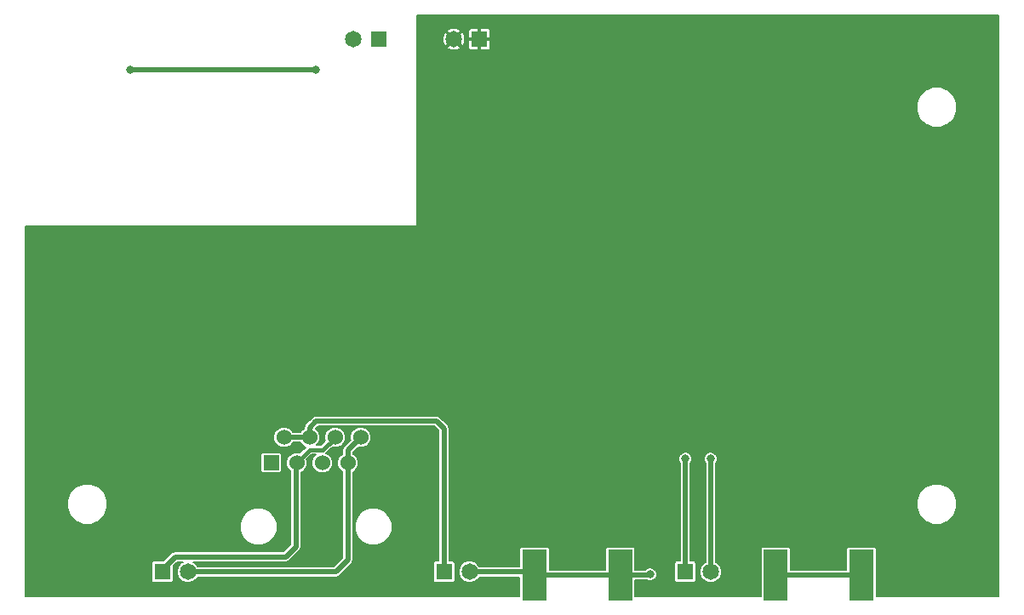
<source format=gbl>
G04 (created by PCBNEW (2013-mar-25)-stable) date Friday, August 07, 2015 09:57:37 AM*
%MOIN*%
G04 Gerber Fmt 3.4, Leading zero omitted, Abs format*
%FSLAX34Y34*%
G01*
G70*
G90*
G04 APERTURE LIST*
%ADD10C,0.006*%
%ADD11R,0.06X0.06*%
%ADD12C,0.06*%
%ADD13R,0.0649606X0.0649606*%
%ADD14C,0.0649606*%
%ADD15R,0.0950787X0.2*%
%ADD16C,0.0314961*%
%ADD17C,0.019685*%
%ADD18C,0.015748*%
%ADD19C,0.00590551*%
G04 APERTURE END LIST*
G54D10*
G54D11*
X54549Y-69153D03*
G54D12*
X55049Y-68153D03*
X55549Y-69153D03*
X56049Y-68153D03*
X56549Y-69153D03*
X57049Y-68153D03*
X57549Y-69153D03*
X58049Y-68153D03*
G54D13*
X62704Y-52559D03*
G54D14*
X61704Y-52559D03*
G54D13*
X70759Y-73425D03*
G54D14*
X71759Y-73425D03*
G54D13*
X61311Y-73425D03*
G54D14*
X62311Y-73425D03*
G54D13*
X50287Y-73425D03*
G54D14*
X51287Y-73425D03*
G54D13*
X58767Y-52559D03*
G54D14*
X57767Y-52559D03*
G54D15*
X77659Y-73539D03*
X74309Y-73539D03*
X68210Y-73539D03*
X64860Y-73539D03*
G54D16*
X56299Y-53740D03*
X49015Y-53740D03*
X69389Y-73523D03*
X70767Y-68996D03*
X71751Y-68996D03*
X74606Y-70472D03*
X50787Y-65551D03*
X75196Y-53346D03*
X68897Y-65551D03*
X79133Y-60433D03*
X81102Y-60433D03*
X80118Y-60433D03*
X79133Y-65551D03*
X81102Y-65551D03*
X80118Y-65551D03*
X81889Y-64960D03*
X81889Y-63976D03*
X81889Y-61023D03*
X81889Y-62007D03*
X81889Y-62992D03*
X70472Y-52755D03*
X71653Y-53937D03*
X70472Y-55314D03*
X74409Y-54330D03*
X75984Y-54330D03*
X69685Y-64566D03*
X68110Y-64566D03*
X74409Y-61023D03*
X70472Y-59055D03*
X74015Y-60236D03*
X75196Y-62992D03*
X73031Y-65157D03*
X73031Y-67125D03*
X72440Y-66141D03*
X51574Y-64566D03*
X50000Y-64566D03*
X45669Y-68897D03*
X46850Y-68110D03*
X48425Y-68110D03*
X76574Y-62992D03*
G54D17*
X49015Y-53740D02*
X56299Y-53740D01*
X55049Y-68153D02*
X56049Y-68153D01*
X56049Y-68153D02*
X56049Y-67769D01*
X61311Y-67807D02*
X61311Y-73425D01*
X61023Y-67519D02*
X61311Y-67807D01*
X56299Y-67519D02*
X61023Y-67519D01*
X56049Y-67769D02*
X56299Y-67519D01*
X62311Y-73425D02*
X64746Y-73425D01*
X64746Y-73425D02*
X64860Y-73539D01*
X68210Y-73539D02*
X69374Y-73539D01*
X69374Y-73539D02*
X69389Y-73523D01*
X64860Y-73539D02*
X68210Y-73539D01*
X50287Y-73425D02*
X50287Y-73334D01*
X50787Y-72834D02*
X55118Y-72834D01*
X55118Y-72834D02*
X55511Y-72440D01*
X55511Y-72440D02*
X55511Y-69190D01*
X55511Y-69190D02*
X55549Y-69153D01*
X50287Y-73334D02*
X50787Y-72834D01*
G54D18*
X57049Y-68153D02*
X57049Y-68167D01*
X56061Y-68641D02*
X55549Y-69153D01*
X56574Y-68641D02*
X56061Y-68641D01*
X57049Y-68167D02*
X56574Y-68641D01*
G54D17*
X51287Y-73425D02*
X57086Y-73425D01*
X57549Y-72962D02*
X57549Y-69153D01*
X57086Y-73425D02*
X57549Y-72962D01*
X57549Y-69153D02*
X57549Y-68653D01*
X57549Y-68653D02*
X58049Y-68153D01*
X70759Y-73425D02*
X70759Y-69003D01*
X70759Y-69003D02*
X70767Y-68996D01*
X74309Y-73539D02*
X77659Y-73539D01*
X71759Y-73425D02*
X71759Y-69003D01*
X71759Y-69003D02*
X71751Y-68996D01*
G54D10*
G36*
X83041Y-74379D02*
X81407Y-74379D01*
X81407Y-70609D01*
X81407Y-55058D01*
X81286Y-54765D01*
X81062Y-54541D01*
X80769Y-54419D01*
X80452Y-54419D01*
X80159Y-54540D01*
X79934Y-54764D01*
X79813Y-55057D01*
X79812Y-55374D01*
X79933Y-55667D01*
X80158Y-55892D01*
X80450Y-56013D01*
X80768Y-56013D01*
X81061Y-55892D01*
X81285Y-55668D01*
X81407Y-55375D01*
X81407Y-55058D01*
X81407Y-70609D01*
X81286Y-70316D01*
X81062Y-70092D01*
X80769Y-69970D01*
X80452Y-69970D01*
X80159Y-70091D01*
X79934Y-70315D01*
X79813Y-70608D01*
X79812Y-70925D01*
X79933Y-71218D01*
X80158Y-71443D01*
X80450Y-71564D01*
X80768Y-71565D01*
X81061Y-71443D01*
X81285Y-71219D01*
X81407Y-70926D01*
X81407Y-70609D01*
X81407Y-74379D01*
X78243Y-74379D01*
X78243Y-72517D01*
X78226Y-72478D01*
X78196Y-72447D01*
X78156Y-72431D01*
X78113Y-72431D01*
X77162Y-72431D01*
X77122Y-72447D01*
X77092Y-72477D01*
X77075Y-72517D01*
X77075Y-72560D01*
X77075Y-73332D01*
X74892Y-73332D01*
X74892Y-72517D01*
X74876Y-72478D01*
X74845Y-72447D01*
X74806Y-72431D01*
X74763Y-72431D01*
X73812Y-72431D01*
X73772Y-72447D01*
X73741Y-72477D01*
X73725Y-72517D01*
X73725Y-72560D01*
X73725Y-74379D01*
X72192Y-74379D01*
X72192Y-73339D01*
X72127Y-73180D01*
X72005Y-73058D01*
X71966Y-73042D01*
X71966Y-69157D01*
X71977Y-69146D01*
X72017Y-69049D01*
X72017Y-68943D01*
X71977Y-68845D01*
X71902Y-68770D01*
X71805Y-68730D01*
X71699Y-68730D01*
X71601Y-68770D01*
X71526Y-68845D01*
X71486Y-68942D01*
X71486Y-69048D01*
X71526Y-69146D01*
X71553Y-69173D01*
X71553Y-73042D01*
X71514Y-73057D01*
X71392Y-73179D01*
X71326Y-73338D01*
X71326Y-73510D01*
X71392Y-73670D01*
X71514Y-73792D01*
X71673Y-73858D01*
X71845Y-73858D01*
X72004Y-73792D01*
X72126Y-73670D01*
X72192Y-73511D01*
X72192Y-73339D01*
X72192Y-74379D01*
X71192Y-74379D01*
X71192Y-73728D01*
X71192Y-73078D01*
X71176Y-73039D01*
X71146Y-73008D01*
X71106Y-72992D01*
X71063Y-72992D01*
X70966Y-72992D01*
X70966Y-69173D01*
X70992Y-69146D01*
X71033Y-69049D01*
X71033Y-68943D01*
X70993Y-68845D01*
X70918Y-68770D01*
X70820Y-68730D01*
X70715Y-68730D01*
X70617Y-68770D01*
X70542Y-68845D01*
X70502Y-68942D01*
X70501Y-69048D01*
X70542Y-69146D01*
X70553Y-69157D01*
X70553Y-72992D01*
X70413Y-72992D01*
X70373Y-73008D01*
X70343Y-73038D01*
X70326Y-73078D01*
X70326Y-73121D01*
X70326Y-73771D01*
X70343Y-73811D01*
X70373Y-73841D01*
X70413Y-73858D01*
X70456Y-73858D01*
X71106Y-73858D01*
X71145Y-73841D01*
X71176Y-73811D01*
X71192Y-73771D01*
X71192Y-73728D01*
X71192Y-74379D01*
X68794Y-74379D01*
X68794Y-73746D01*
X69236Y-73746D01*
X69239Y-73748D01*
X69336Y-73789D01*
X69442Y-73789D01*
X69540Y-73749D01*
X69614Y-73674D01*
X69655Y-73576D01*
X69655Y-73470D01*
X69615Y-73373D01*
X69540Y-73298D01*
X69442Y-73257D01*
X69337Y-73257D01*
X69239Y-73298D01*
X69204Y-73332D01*
X68794Y-73332D01*
X68794Y-72517D01*
X68777Y-72478D01*
X68747Y-72447D01*
X68707Y-72431D01*
X68664Y-72431D01*
X67713Y-72431D01*
X67673Y-72447D01*
X67643Y-72477D01*
X67626Y-72517D01*
X67626Y-72560D01*
X67626Y-73332D01*
X65443Y-73332D01*
X65443Y-72517D01*
X65427Y-72478D01*
X65397Y-72447D01*
X65357Y-72431D01*
X65314Y-72431D01*
X64363Y-72431D01*
X64323Y-72447D01*
X64293Y-72477D01*
X64276Y-72517D01*
X64276Y-72560D01*
X64276Y-73218D01*
X63137Y-73218D01*
X63137Y-52862D01*
X63137Y-52255D01*
X63137Y-52212D01*
X63121Y-52172D01*
X63090Y-52142D01*
X63050Y-52125D01*
X62761Y-52125D01*
X62734Y-52153D01*
X62734Y-52529D01*
X63110Y-52529D01*
X63137Y-52502D01*
X63137Y-52255D01*
X63137Y-52862D01*
X63137Y-52615D01*
X63110Y-52588D01*
X62734Y-52588D01*
X62734Y-52965D01*
X62761Y-52992D01*
X63050Y-52992D01*
X63090Y-52975D01*
X63121Y-52945D01*
X63137Y-52905D01*
X63137Y-52862D01*
X63137Y-73218D01*
X62694Y-73218D01*
X62678Y-73180D01*
X62675Y-73177D01*
X62675Y-52965D01*
X62675Y-52588D01*
X62675Y-52529D01*
X62675Y-52153D01*
X62648Y-52125D01*
X62358Y-52125D01*
X62318Y-52142D01*
X62288Y-52172D01*
X62271Y-52212D01*
X62271Y-52255D01*
X62271Y-52502D01*
X62298Y-52529D01*
X62675Y-52529D01*
X62675Y-52588D01*
X62298Y-52588D01*
X62271Y-52615D01*
X62271Y-52862D01*
X62271Y-52905D01*
X62288Y-52945D01*
X62318Y-52975D01*
X62358Y-52992D01*
X62648Y-52992D01*
X62675Y-52965D01*
X62675Y-73177D01*
X62556Y-73058D01*
X62397Y-72992D01*
X62225Y-72992D01*
X62140Y-73027D01*
X62140Y-52633D01*
X62135Y-52460D01*
X62078Y-52323D01*
X62017Y-52287D01*
X61976Y-52329D01*
X61976Y-52245D01*
X61939Y-52185D01*
X61778Y-52123D01*
X61606Y-52128D01*
X61469Y-52185D01*
X61433Y-52245D01*
X61704Y-52517D01*
X61976Y-52245D01*
X61976Y-52329D01*
X61746Y-52559D01*
X62017Y-52830D01*
X62078Y-52794D01*
X62140Y-52633D01*
X62140Y-73027D01*
X62066Y-73057D01*
X61976Y-73147D01*
X61976Y-52872D01*
X61704Y-52600D01*
X61662Y-52642D01*
X61662Y-52559D01*
X61391Y-52287D01*
X61330Y-52323D01*
X61269Y-52484D01*
X61274Y-52657D01*
X61330Y-52794D01*
X61391Y-52830D01*
X61662Y-52559D01*
X61662Y-52642D01*
X61433Y-52872D01*
X61469Y-52932D01*
X61630Y-52994D01*
X61802Y-52989D01*
X61939Y-52932D01*
X61976Y-52872D01*
X61976Y-73147D01*
X61944Y-73179D01*
X61878Y-73338D01*
X61877Y-73510D01*
X61943Y-73670D01*
X62065Y-73792D01*
X62224Y-73858D01*
X62396Y-73858D01*
X62556Y-73792D01*
X62677Y-73670D01*
X62694Y-73631D01*
X64276Y-73631D01*
X64276Y-74379D01*
X61744Y-74379D01*
X61744Y-73728D01*
X61744Y-73078D01*
X61727Y-73039D01*
X61697Y-73008D01*
X61657Y-72992D01*
X61614Y-72992D01*
X61517Y-72992D01*
X61517Y-67807D01*
X61517Y-67807D01*
X61501Y-67727D01*
X61457Y-67660D01*
X61457Y-67660D01*
X61169Y-67373D01*
X61102Y-67328D01*
X61023Y-67312D01*
X56299Y-67312D01*
X56220Y-67328D01*
X56153Y-67373D01*
X55903Y-67623D01*
X55858Y-67690D01*
X55842Y-67769D01*
X55842Y-67797D01*
X55818Y-67807D01*
X55703Y-67921D01*
X55692Y-67946D01*
X55405Y-67946D01*
X55395Y-67922D01*
X55280Y-67807D01*
X55130Y-67745D01*
X54968Y-67745D01*
X54818Y-67807D01*
X54703Y-67921D01*
X54641Y-68071D01*
X54640Y-68234D01*
X54702Y-68384D01*
X54817Y-68499D01*
X54967Y-68561D01*
X55130Y-68561D01*
X55280Y-68499D01*
X55395Y-68385D01*
X55405Y-68360D01*
X55692Y-68360D01*
X55702Y-68384D01*
X55817Y-68499D01*
X55903Y-68535D01*
X55674Y-68763D01*
X55630Y-68745D01*
X55468Y-68745D01*
X55318Y-68807D01*
X55203Y-68921D01*
X55141Y-69071D01*
X55140Y-69234D01*
X55202Y-69384D01*
X55305Y-69486D01*
X55305Y-72355D01*
X55032Y-72627D01*
X54957Y-72627D01*
X54957Y-69432D01*
X54957Y-68832D01*
X54941Y-68792D01*
X54910Y-68761D01*
X54870Y-68745D01*
X54827Y-68745D01*
X54227Y-68745D01*
X54187Y-68761D01*
X54157Y-68792D01*
X54140Y-68831D01*
X54140Y-68874D01*
X54140Y-69474D01*
X54157Y-69514D01*
X54187Y-69545D01*
X54227Y-69561D01*
X54270Y-69561D01*
X54870Y-69561D01*
X54910Y-69545D01*
X54940Y-69514D01*
X54957Y-69475D01*
X54957Y-69432D01*
X54957Y-72627D01*
X54787Y-72627D01*
X54787Y-71507D01*
X54675Y-71235D01*
X54467Y-71028D01*
X54196Y-70915D01*
X53903Y-70915D01*
X53631Y-71027D01*
X53423Y-71234D01*
X53311Y-71506D01*
X53310Y-71799D01*
X53423Y-72071D01*
X53630Y-72278D01*
X53901Y-72391D01*
X54195Y-72391D01*
X54466Y-72279D01*
X54674Y-72072D01*
X54787Y-71801D01*
X54787Y-71507D01*
X54787Y-72627D01*
X50787Y-72627D01*
X50708Y-72643D01*
X50641Y-72688D01*
X50337Y-72992D01*
X49941Y-72992D01*
X49901Y-73008D01*
X49870Y-73038D01*
X49854Y-73078D01*
X49854Y-73121D01*
X49854Y-73771D01*
X49870Y-73811D01*
X49901Y-73841D01*
X49940Y-73858D01*
X49984Y-73858D01*
X50633Y-73858D01*
X50673Y-73841D01*
X50703Y-73811D01*
X50720Y-73771D01*
X50720Y-73728D01*
X50720Y-73193D01*
X50873Y-73041D01*
X51082Y-73041D01*
X51042Y-73057D01*
X50920Y-73179D01*
X50854Y-73338D01*
X50854Y-73510D01*
X50920Y-73670D01*
X51041Y-73792D01*
X51200Y-73858D01*
X51373Y-73858D01*
X51532Y-73792D01*
X51654Y-73670D01*
X51670Y-73631D01*
X57086Y-73631D01*
X57165Y-73616D01*
X57232Y-73571D01*
X57695Y-73108D01*
X57695Y-73108D01*
X57695Y-73108D01*
X57740Y-73041D01*
X57740Y-73041D01*
X57755Y-72962D01*
X57755Y-72962D01*
X57755Y-69509D01*
X57780Y-69499D01*
X57895Y-69385D01*
X57957Y-69235D01*
X57957Y-69072D01*
X57895Y-68922D01*
X57780Y-68807D01*
X57755Y-68797D01*
X57755Y-68739D01*
X57943Y-68551D01*
X57967Y-68561D01*
X58130Y-68561D01*
X58280Y-68499D01*
X58395Y-68385D01*
X58457Y-68235D01*
X58457Y-68072D01*
X58395Y-67922D01*
X58280Y-67807D01*
X58130Y-67745D01*
X57968Y-67745D01*
X57818Y-67807D01*
X57703Y-67921D01*
X57641Y-68071D01*
X57640Y-68234D01*
X57651Y-68259D01*
X57403Y-68507D01*
X57358Y-68574D01*
X57342Y-68653D01*
X57342Y-68797D01*
X57318Y-68807D01*
X57203Y-68921D01*
X57141Y-69071D01*
X57140Y-69234D01*
X57202Y-69384D01*
X57317Y-69499D01*
X57342Y-69509D01*
X57342Y-72876D01*
X57000Y-73218D01*
X51670Y-73218D01*
X51654Y-73180D01*
X51533Y-73058D01*
X51492Y-73041D01*
X55118Y-73041D01*
X55197Y-73025D01*
X55264Y-72980D01*
X55657Y-72587D01*
X55702Y-72520D01*
X55718Y-72440D01*
X55718Y-69525D01*
X55780Y-69499D01*
X55895Y-69385D01*
X55957Y-69235D01*
X55957Y-69072D01*
X55939Y-69028D01*
X56138Y-68828D01*
X56296Y-68828D01*
X56203Y-68921D01*
X56141Y-69071D01*
X56140Y-69234D01*
X56202Y-69384D01*
X56317Y-69499D01*
X56467Y-69561D01*
X56630Y-69561D01*
X56780Y-69499D01*
X56895Y-69385D01*
X56957Y-69235D01*
X56957Y-69072D01*
X56895Y-68922D01*
X56780Y-68807D01*
X56704Y-68775D01*
X56707Y-68773D01*
X56933Y-68547D01*
X56967Y-68561D01*
X57130Y-68561D01*
X57280Y-68499D01*
X57395Y-68385D01*
X57457Y-68235D01*
X57457Y-68072D01*
X57395Y-67922D01*
X57280Y-67807D01*
X57130Y-67745D01*
X56968Y-67745D01*
X56818Y-67807D01*
X56703Y-67921D01*
X56641Y-68071D01*
X56640Y-68234D01*
X56663Y-68288D01*
X56497Y-68454D01*
X56325Y-68454D01*
X56395Y-68385D01*
X56457Y-68235D01*
X56457Y-68072D01*
X56395Y-67922D01*
X56292Y-67819D01*
X56384Y-67726D01*
X60938Y-67726D01*
X61104Y-67892D01*
X61104Y-72992D01*
X60964Y-72992D01*
X60924Y-73008D01*
X60894Y-73038D01*
X60877Y-73078D01*
X60877Y-73121D01*
X60877Y-73771D01*
X60894Y-73811D01*
X60924Y-73841D01*
X60964Y-73858D01*
X61007Y-73858D01*
X61657Y-73858D01*
X61697Y-73841D01*
X61727Y-73811D01*
X61744Y-73771D01*
X61744Y-73728D01*
X61744Y-74379D01*
X59287Y-74379D01*
X59287Y-71507D01*
X59175Y-71235D01*
X58967Y-71028D01*
X58696Y-70915D01*
X58403Y-70915D01*
X58131Y-71027D01*
X57923Y-71234D01*
X57811Y-71506D01*
X57810Y-71799D01*
X57923Y-72071D01*
X58130Y-72278D01*
X58401Y-72391D01*
X58695Y-72391D01*
X58966Y-72279D01*
X59174Y-72072D01*
X59287Y-71801D01*
X59287Y-71507D01*
X59287Y-74379D01*
X48139Y-74379D01*
X48139Y-70609D01*
X48018Y-70316D01*
X47794Y-70092D01*
X47501Y-69970D01*
X47184Y-69970D01*
X46891Y-70091D01*
X46667Y-70315D01*
X46545Y-70608D01*
X46545Y-70925D01*
X46666Y-71218D01*
X46890Y-71443D01*
X47183Y-71564D01*
X47500Y-71565D01*
X47793Y-71443D01*
X48017Y-71219D01*
X48139Y-70926D01*
X48139Y-70609D01*
X48139Y-74379D01*
X44911Y-74379D01*
X44911Y-59872D01*
X60265Y-59872D01*
X60265Y-51604D01*
X83041Y-51604D01*
X83041Y-74379D01*
X83041Y-74379D01*
G37*
G54D19*
X83041Y-74379D02*
X81407Y-74379D01*
X81407Y-70609D01*
X81407Y-55058D01*
X81286Y-54765D01*
X81062Y-54541D01*
X80769Y-54419D01*
X80452Y-54419D01*
X80159Y-54540D01*
X79934Y-54764D01*
X79813Y-55057D01*
X79812Y-55374D01*
X79933Y-55667D01*
X80158Y-55892D01*
X80450Y-56013D01*
X80768Y-56013D01*
X81061Y-55892D01*
X81285Y-55668D01*
X81407Y-55375D01*
X81407Y-55058D01*
X81407Y-70609D01*
X81286Y-70316D01*
X81062Y-70092D01*
X80769Y-69970D01*
X80452Y-69970D01*
X80159Y-70091D01*
X79934Y-70315D01*
X79813Y-70608D01*
X79812Y-70925D01*
X79933Y-71218D01*
X80158Y-71443D01*
X80450Y-71564D01*
X80768Y-71565D01*
X81061Y-71443D01*
X81285Y-71219D01*
X81407Y-70926D01*
X81407Y-70609D01*
X81407Y-74379D01*
X78243Y-74379D01*
X78243Y-72517D01*
X78226Y-72478D01*
X78196Y-72447D01*
X78156Y-72431D01*
X78113Y-72431D01*
X77162Y-72431D01*
X77122Y-72447D01*
X77092Y-72477D01*
X77075Y-72517D01*
X77075Y-72560D01*
X77075Y-73332D01*
X74892Y-73332D01*
X74892Y-72517D01*
X74876Y-72478D01*
X74845Y-72447D01*
X74806Y-72431D01*
X74763Y-72431D01*
X73812Y-72431D01*
X73772Y-72447D01*
X73741Y-72477D01*
X73725Y-72517D01*
X73725Y-72560D01*
X73725Y-74379D01*
X72192Y-74379D01*
X72192Y-73339D01*
X72127Y-73180D01*
X72005Y-73058D01*
X71966Y-73042D01*
X71966Y-69157D01*
X71977Y-69146D01*
X72017Y-69049D01*
X72017Y-68943D01*
X71977Y-68845D01*
X71902Y-68770D01*
X71805Y-68730D01*
X71699Y-68730D01*
X71601Y-68770D01*
X71526Y-68845D01*
X71486Y-68942D01*
X71486Y-69048D01*
X71526Y-69146D01*
X71553Y-69173D01*
X71553Y-73042D01*
X71514Y-73057D01*
X71392Y-73179D01*
X71326Y-73338D01*
X71326Y-73510D01*
X71392Y-73670D01*
X71514Y-73792D01*
X71673Y-73858D01*
X71845Y-73858D01*
X72004Y-73792D01*
X72126Y-73670D01*
X72192Y-73511D01*
X72192Y-73339D01*
X72192Y-74379D01*
X71192Y-74379D01*
X71192Y-73728D01*
X71192Y-73078D01*
X71176Y-73039D01*
X71146Y-73008D01*
X71106Y-72992D01*
X71063Y-72992D01*
X70966Y-72992D01*
X70966Y-69173D01*
X70992Y-69146D01*
X71033Y-69049D01*
X71033Y-68943D01*
X70993Y-68845D01*
X70918Y-68770D01*
X70820Y-68730D01*
X70715Y-68730D01*
X70617Y-68770D01*
X70542Y-68845D01*
X70502Y-68942D01*
X70501Y-69048D01*
X70542Y-69146D01*
X70553Y-69157D01*
X70553Y-72992D01*
X70413Y-72992D01*
X70373Y-73008D01*
X70343Y-73038D01*
X70326Y-73078D01*
X70326Y-73121D01*
X70326Y-73771D01*
X70343Y-73811D01*
X70373Y-73841D01*
X70413Y-73858D01*
X70456Y-73858D01*
X71106Y-73858D01*
X71145Y-73841D01*
X71176Y-73811D01*
X71192Y-73771D01*
X71192Y-73728D01*
X71192Y-74379D01*
X68794Y-74379D01*
X68794Y-73746D01*
X69236Y-73746D01*
X69239Y-73748D01*
X69336Y-73789D01*
X69442Y-73789D01*
X69540Y-73749D01*
X69614Y-73674D01*
X69655Y-73576D01*
X69655Y-73470D01*
X69615Y-73373D01*
X69540Y-73298D01*
X69442Y-73257D01*
X69337Y-73257D01*
X69239Y-73298D01*
X69204Y-73332D01*
X68794Y-73332D01*
X68794Y-72517D01*
X68777Y-72478D01*
X68747Y-72447D01*
X68707Y-72431D01*
X68664Y-72431D01*
X67713Y-72431D01*
X67673Y-72447D01*
X67643Y-72477D01*
X67626Y-72517D01*
X67626Y-72560D01*
X67626Y-73332D01*
X65443Y-73332D01*
X65443Y-72517D01*
X65427Y-72478D01*
X65397Y-72447D01*
X65357Y-72431D01*
X65314Y-72431D01*
X64363Y-72431D01*
X64323Y-72447D01*
X64293Y-72477D01*
X64276Y-72517D01*
X64276Y-72560D01*
X64276Y-73218D01*
X63137Y-73218D01*
X63137Y-52862D01*
X63137Y-52255D01*
X63137Y-52212D01*
X63121Y-52172D01*
X63090Y-52142D01*
X63050Y-52125D01*
X62761Y-52125D01*
X62734Y-52153D01*
X62734Y-52529D01*
X63110Y-52529D01*
X63137Y-52502D01*
X63137Y-52255D01*
X63137Y-52862D01*
X63137Y-52615D01*
X63110Y-52588D01*
X62734Y-52588D01*
X62734Y-52965D01*
X62761Y-52992D01*
X63050Y-52992D01*
X63090Y-52975D01*
X63121Y-52945D01*
X63137Y-52905D01*
X63137Y-52862D01*
X63137Y-73218D01*
X62694Y-73218D01*
X62678Y-73180D01*
X62675Y-73177D01*
X62675Y-52965D01*
X62675Y-52588D01*
X62675Y-52529D01*
X62675Y-52153D01*
X62648Y-52125D01*
X62358Y-52125D01*
X62318Y-52142D01*
X62288Y-52172D01*
X62271Y-52212D01*
X62271Y-52255D01*
X62271Y-52502D01*
X62298Y-52529D01*
X62675Y-52529D01*
X62675Y-52588D01*
X62298Y-52588D01*
X62271Y-52615D01*
X62271Y-52862D01*
X62271Y-52905D01*
X62288Y-52945D01*
X62318Y-52975D01*
X62358Y-52992D01*
X62648Y-52992D01*
X62675Y-52965D01*
X62675Y-73177D01*
X62556Y-73058D01*
X62397Y-72992D01*
X62225Y-72992D01*
X62140Y-73027D01*
X62140Y-52633D01*
X62135Y-52460D01*
X62078Y-52323D01*
X62017Y-52287D01*
X61976Y-52329D01*
X61976Y-52245D01*
X61939Y-52185D01*
X61778Y-52123D01*
X61606Y-52128D01*
X61469Y-52185D01*
X61433Y-52245D01*
X61704Y-52517D01*
X61976Y-52245D01*
X61976Y-52329D01*
X61746Y-52559D01*
X62017Y-52830D01*
X62078Y-52794D01*
X62140Y-52633D01*
X62140Y-73027D01*
X62066Y-73057D01*
X61976Y-73147D01*
X61976Y-52872D01*
X61704Y-52600D01*
X61662Y-52642D01*
X61662Y-52559D01*
X61391Y-52287D01*
X61330Y-52323D01*
X61269Y-52484D01*
X61274Y-52657D01*
X61330Y-52794D01*
X61391Y-52830D01*
X61662Y-52559D01*
X61662Y-52642D01*
X61433Y-52872D01*
X61469Y-52932D01*
X61630Y-52994D01*
X61802Y-52989D01*
X61939Y-52932D01*
X61976Y-52872D01*
X61976Y-73147D01*
X61944Y-73179D01*
X61878Y-73338D01*
X61877Y-73510D01*
X61943Y-73670D01*
X62065Y-73792D01*
X62224Y-73858D01*
X62396Y-73858D01*
X62556Y-73792D01*
X62677Y-73670D01*
X62694Y-73631D01*
X64276Y-73631D01*
X64276Y-74379D01*
X61744Y-74379D01*
X61744Y-73728D01*
X61744Y-73078D01*
X61727Y-73039D01*
X61697Y-73008D01*
X61657Y-72992D01*
X61614Y-72992D01*
X61517Y-72992D01*
X61517Y-67807D01*
X61517Y-67807D01*
X61501Y-67727D01*
X61457Y-67660D01*
X61457Y-67660D01*
X61169Y-67373D01*
X61102Y-67328D01*
X61023Y-67312D01*
X56299Y-67312D01*
X56220Y-67328D01*
X56153Y-67373D01*
X55903Y-67623D01*
X55858Y-67690D01*
X55842Y-67769D01*
X55842Y-67797D01*
X55818Y-67807D01*
X55703Y-67921D01*
X55692Y-67946D01*
X55405Y-67946D01*
X55395Y-67922D01*
X55280Y-67807D01*
X55130Y-67745D01*
X54968Y-67745D01*
X54818Y-67807D01*
X54703Y-67921D01*
X54641Y-68071D01*
X54640Y-68234D01*
X54702Y-68384D01*
X54817Y-68499D01*
X54967Y-68561D01*
X55130Y-68561D01*
X55280Y-68499D01*
X55395Y-68385D01*
X55405Y-68360D01*
X55692Y-68360D01*
X55702Y-68384D01*
X55817Y-68499D01*
X55903Y-68535D01*
X55674Y-68763D01*
X55630Y-68745D01*
X55468Y-68745D01*
X55318Y-68807D01*
X55203Y-68921D01*
X55141Y-69071D01*
X55140Y-69234D01*
X55202Y-69384D01*
X55305Y-69486D01*
X55305Y-72355D01*
X55032Y-72627D01*
X54957Y-72627D01*
X54957Y-69432D01*
X54957Y-68832D01*
X54941Y-68792D01*
X54910Y-68761D01*
X54870Y-68745D01*
X54827Y-68745D01*
X54227Y-68745D01*
X54187Y-68761D01*
X54157Y-68792D01*
X54140Y-68831D01*
X54140Y-68874D01*
X54140Y-69474D01*
X54157Y-69514D01*
X54187Y-69545D01*
X54227Y-69561D01*
X54270Y-69561D01*
X54870Y-69561D01*
X54910Y-69545D01*
X54940Y-69514D01*
X54957Y-69475D01*
X54957Y-69432D01*
X54957Y-72627D01*
X54787Y-72627D01*
X54787Y-71507D01*
X54675Y-71235D01*
X54467Y-71028D01*
X54196Y-70915D01*
X53903Y-70915D01*
X53631Y-71027D01*
X53423Y-71234D01*
X53311Y-71506D01*
X53310Y-71799D01*
X53423Y-72071D01*
X53630Y-72278D01*
X53901Y-72391D01*
X54195Y-72391D01*
X54466Y-72279D01*
X54674Y-72072D01*
X54787Y-71801D01*
X54787Y-71507D01*
X54787Y-72627D01*
X50787Y-72627D01*
X50708Y-72643D01*
X50641Y-72688D01*
X50337Y-72992D01*
X49941Y-72992D01*
X49901Y-73008D01*
X49870Y-73038D01*
X49854Y-73078D01*
X49854Y-73121D01*
X49854Y-73771D01*
X49870Y-73811D01*
X49901Y-73841D01*
X49940Y-73858D01*
X49984Y-73858D01*
X50633Y-73858D01*
X50673Y-73841D01*
X50703Y-73811D01*
X50720Y-73771D01*
X50720Y-73728D01*
X50720Y-73193D01*
X50873Y-73041D01*
X51082Y-73041D01*
X51042Y-73057D01*
X50920Y-73179D01*
X50854Y-73338D01*
X50854Y-73510D01*
X50920Y-73670D01*
X51041Y-73792D01*
X51200Y-73858D01*
X51373Y-73858D01*
X51532Y-73792D01*
X51654Y-73670D01*
X51670Y-73631D01*
X57086Y-73631D01*
X57165Y-73616D01*
X57232Y-73571D01*
X57695Y-73108D01*
X57695Y-73108D01*
X57695Y-73108D01*
X57740Y-73041D01*
X57740Y-73041D01*
X57755Y-72962D01*
X57755Y-72962D01*
X57755Y-69509D01*
X57780Y-69499D01*
X57895Y-69385D01*
X57957Y-69235D01*
X57957Y-69072D01*
X57895Y-68922D01*
X57780Y-68807D01*
X57755Y-68797D01*
X57755Y-68739D01*
X57943Y-68551D01*
X57967Y-68561D01*
X58130Y-68561D01*
X58280Y-68499D01*
X58395Y-68385D01*
X58457Y-68235D01*
X58457Y-68072D01*
X58395Y-67922D01*
X58280Y-67807D01*
X58130Y-67745D01*
X57968Y-67745D01*
X57818Y-67807D01*
X57703Y-67921D01*
X57641Y-68071D01*
X57640Y-68234D01*
X57651Y-68259D01*
X57403Y-68507D01*
X57358Y-68574D01*
X57342Y-68653D01*
X57342Y-68797D01*
X57318Y-68807D01*
X57203Y-68921D01*
X57141Y-69071D01*
X57140Y-69234D01*
X57202Y-69384D01*
X57317Y-69499D01*
X57342Y-69509D01*
X57342Y-72876D01*
X57000Y-73218D01*
X51670Y-73218D01*
X51654Y-73180D01*
X51533Y-73058D01*
X51492Y-73041D01*
X55118Y-73041D01*
X55197Y-73025D01*
X55264Y-72980D01*
X55657Y-72587D01*
X55702Y-72520D01*
X55718Y-72440D01*
X55718Y-69525D01*
X55780Y-69499D01*
X55895Y-69385D01*
X55957Y-69235D01*
X55957Y-69072D01*
X55939Y-69028D01*
X56138Y-68828D01*
X56296Y-68828D01*
X56203Y-68921D01*
X56141Y-69071D01*
X56140Y-69234D01*
X56202Y-69384D01*
X56317Y-69499D01*
X56467Y-69561D01*
X56630Y-69561D01*
X56780Y-69499D01*
X56895Y-69385D01*
X56957Y-69235D01*
X56957Y-69072D01*
X56895Y-68922D01*
X56780Y-68807D01*
X56704Y-68775D01*
X56707Y-68773D01*
X56933Y-68547D01*
X56967Y-68561D01*
X57130Y-68561D01*
X57280Y-68499D01*
X57395Y-68385D01*
X57457Y-68235D01*
X57457Y-68072D01*
X57395Y-67922D01*
X57280Y-67807D01*
X57130Y-67745D01*
X56968Y-67745D01*
X56818Y-67807D01*
X56703Y-67921D01*
X56641Y-68071D01*
X56640Y-68234D01*
X56663Y-68288D01*
X56497Y-68454D01*
X56325Y-68454D01*
X56395Y-68385D01*
X56457Y-68235D01*
X56457Y-68072D01*
X56395Y-67922D01*
X56292Y-67819D01*
X56384Y-67726D01*
X60938Y-67726D01*
X61104Y-67892D01*
X61104Y-72992D01*
X60964Y-72992D01*
X60924Y-73008D01*
X60894Y-73038D01*
X60877Y-73078D01*
X60877Y-73121D01*
X60877Y-73771D01*
X60894Y-73811D01*
X60924Y-73841D01*
X60964Y-73858D01*
X61007Y-73858D01*
X61657Y-73858D01*
X61697Y-73841D01*
X61727Y-73811D01*
X61744Y-73771D01*
X61744Y-73728D01*
X61744Y-74379D01*
X59287Y-74379D01*
X59287Y-71507D01*
X59175Y-71235D01*
X58967Y-71028D01*
X58696Y-70915D01*
X58403Y-70915D01*
X58131Y-71027D01*
X57923Y-71234D01*
X57811Y-71506D01*
X57810Y-71799D01*
X57923Y-72071D01*
X58130Y-72278D01*
X58401Y-72391D01*
X58695Y-72391D01*
X58966Y-72279D01*
X59174Y-72072D01*
X59287Y-71801D01*
X59287Y-71507D01*
X59287Y-74379D01*
X48139Y-74379D01*
X48139Y-70609D01*
X48018Y-70316D01*
X47794Y-70092D01*
X47501Y-69970D01*
X47184Y-69970D01*
X46891Y-70091D01*
X46667Y-70315D01*
X46545Y-70608D01*
X46545Y-70925D01*
X46666Y-71218D01*
X46890Y-71443D01*
X47183Y-71564D01*
X47500Y-71565D01*
X47793Y-71443D01*
X48017Y-71219D01*
X48139Y-70926D01*
X48139Y-70609D01*
X48139Y-74379D01*
X44911Y-74379D01*
X44911Y-59872D01*
X60265Y-59872D01*
X60265Y-51604D01*
X83041Y-51604D01*
X83041Y-74379D01*
M02*

</source>
